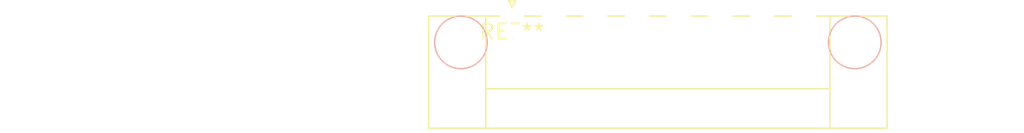
<source format=kicad_pcb>
(kicad_pcb (version 20240108) (generator pcbnew)
  (layers (0 "F.Cu" signal) (31 "B.Cu" signal) (34 "B.Paste" user) (35 "F.Paste" user) (36 "B.SilkS" user "B.Silkscreen") (37 "F.SilkS" user "F.Silkscreen") (38 "B.Mask" user) (39 "F.Mask" user) (44 "Edge.Cuts" user))
  (net 0 "")
  (footprint "PhoenixContact_MC_1,5_8-GF-3.5_1x08_P3.50mm_Horizontal_ThreadedFlange_MountHole" (layer "F.Cu") (at 0 0)
    (property "Reference" "REF**")
    (property "Value" "PhoenixContact_MC_1,5_8-GF-3.5_1x08_P3.50mm_Horizontal_ThreadedFlange_MountHole")
    (fp_circle (center -4.3 0.9) (end -2.09 0.9) (layer "B.SilkS") (stroke (width 0.12)) (fill none))
    (fp_circle (center 28.8 0.9) (end 31.01 0.9) (layer "B.SilkS") (stroke (width 0.12)) (fill none))
    (fp_line (start -7.01 -1.31) (end -7.01 8.11) (layer "F.SilkS") (stroke (width 0.12)))
    (fp_line (start -7.01 -1.31) (end -1.05 -1.31) (layer "F.SilkS") (stroke (width 0.12)))
    (fp_line (start -7.01 8.11) (end 31.51 8.11) (layer "F.SilkS") (stroke (width 0.12)))
    (fp_line (start -2.21 -1.31) (end -2.21 8.11) (layer "F.SilkS") (stroke (width 0.12)))
    (fp_line (start -2.21 4.8) (end 26.71 4.8) (layer "F.SilkS") (stroke (width 0.12)))
    (fp_line (start -0.3 -2.6) (end 0.3 -2.6) (layer "F.SilkS") (stroke (width 0.12)))
    (fp_line (start 0 -2) (end -0.3 -2.6) (layer "F.SilkS") (stroke (width 0.12)))
    (fp_line (start 0.3 -2.6) (end 0 -2) (layer "F.SilkS") (stroke (width 0.12)))
    (fp_line (start 1.05 -1.31) (end 2.45 -1.31) (layer "F.SilkS") (stroke (width 0.12)))
    (fp_line (start 4.55 -1.31) (end 5.95 -1.31) (layer "F.SilkS") (stroke (width 0.12)))
    (fp_line (start 8.05 -1.31) (end 9.45 -1.31) (layer "F.SilkS") (stroke (width 0.12)))
    (fp_line (start 11.55 -1.31) (end 12.95 -1.31) (layer "F.SilkS") (stroke (width 0.12)))
    (fp_line (start 15.05 -1.31) (end 16.45 -1.31) (layer "F.SilkS") (stroke (width 0.12)))
    (fp_line (start 18.55 -1.31) (end 19.95 -1.31) (layer "F.SilkS") (stroke (width 0.12)))
    (fp_line (start 22.05 -1.31) (end 23.45 -1.31) (layer "F.SilkS") (stroke (width 0.12)))
    (fp_line (start 26.71 -1.31) (end 26.71 8.11) (layer "F.SilkS") (stroke (width 0.12)))
    (fp_line (start 31.51 -1.31) (end 25.55 -1.31) (layer "F.SilkS") (stroke (width 0.12)))
    (fp_line (start 31.51 8.11) (end 31.51 -1.31) (layer "F.SilkS") (stroke (width 0.12)))
    (pad "" np_thru_hole circle (at -4.3 0.9) (size 2.4 2.4) (drill 2.4) (layers *.Cu *.Mask))
    (pad "" np_thru_hole circle (at 28.8 0.9) (size 2.4 2.4) (drill 2.4) (layers *.Cu *.Mask))
    (pad "1" thru_hole roundrect (at 0 0) (size 1.8 3.6) (drill 1.2) (layers *.Cu *.Mask) (remove_unused_layers) (roundrect_rratio 0.138889))
    (pad "2" thru_hole oval (at 3.5 0) (size 1.8 3.6) (drill 1.2) (layers *.Cu *.Mask) (remove_unused_layers))
    (pad "3" thru_hole oval (at 7 0) (size 1.8 3.6) (drill 1.2) (layers *.Cu *.Mask) (remove_unused_layers))
    (pad "4" thru_hole oval (at 10.5 0) (size 1.8 3.6) (drill 1.2) (layers *.Cu *.Mask) (remove_unused_layers))
    (pad "5" thru_hole oval (at 14 0) (size 1.8 3.6) (drill 1.2) (layers *.Cu *.Mask) (remove_unused_layers))
    (pad "6" thru_hole oval (at 17.5 0) (size 1.8 3.6) (drill 1.2) (layers *.Cu *.Mask) (remove_unused_layers))
    (pad "7" thru_hole oval (at 21 0) (size 1.8 3.6) (drill 1.2) (layers *.Cu *.Mask) (remove_unused_layers))
    (pad "8" thru_hole oval (at 24.5 0) (size 1.8 3.6) (drill 1.2) (layers *.Cu *.Mask) (remove_unused_layers))
  )
)
</source>
